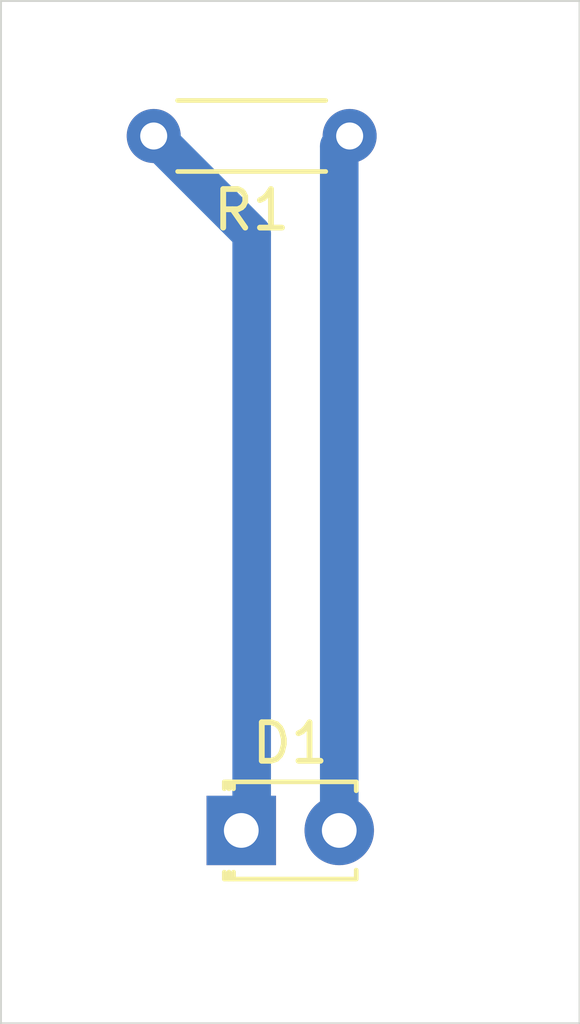
<source format=kicad_pcb>
(kicad_pcb (version 20240108) (generator "pcbnew") (generator_version "8.0")
  (title_block (title "PCB resistor et led"))
  (layers (0 "F.Cu" signal) (31 "B.Cu" signal) (34 "B.Paste" user) (35 "F.Paste" user) (36 "B.SilkS" user "B.Silkscreen") (37 "F.SilkS" user "F.Silkscreen") (38 "B.Mask" user) (39 "F.Mask" user) (44 "Edge.Cuts" user))
  (net 0 "")
  (net 1 "Net-(D1-K)")
  (net 2 "Net-(D1-A)")
  (footprint "Resistor_THT:R_Axial_DIN0204_L3.6mm_D1.6mm_P5.08mm_Horizontal" (layer "F.Cu") (at 132.54 47.5 180)
    (property "Reference" "R1" (at 2.54 -1.92 360) (layer "F.SilkS"))
    (property "Value" "R")
    (fp_line (start 0.62 0.92) (end 4.46 0.92) (stroke (width 0.12)) (layer "F.SilkS"))
    (fp_line (start 0.62 -0.92) (end 4.46 -0.92) (stroke (width 0.12)) (layer "F.SilkS"))
    (pad "1" thru_hole circle (at 0 0 180) (size 1.4 1.4) (drill 0.7) (layers "*.Cu" "*.Mask" "In1.Cu" "In2.Cu" "In3.Cu" "In4.Cu" "In5.Cu" "In6.Cu" "In7.Cu" "In8.Cu" "In9.Cu" "In10.Cu" "In11.Cu" "In12.Cu" "In13.Cu" "In14.Cu" "In15.Cu" "In16.Cu" "In17.Cu" "In18.Cu" "In19.Cu" "In20.Cu" "In21.Cu" "In22.Cu" "In23.Cu" "In24.Cu" "In25.Cu" "In26.Cu" "In27.Cu" "In28.Cu" "In29.Cu" "In30.Cu") (net 2 "Net-(D1-A)"))
    (pad "2" thru_hole oval (at 5.08 0 180) (size 1.4 1.4) (drill 0.7) (layers "*.Cu" "*.Mask" "In1.Cu" "In2.Cu" "In3.Cu" "In4.Cu" "In5.Cu" "In6.Cu" "In7.Cu" "In8.Cu" "In9.Cu" "In10.Cu" "In11.Cu" "In12.Cu" "In13.Cu" "In14.Cu" "In15.Cu" "In16.Cu" "In17.Cu" "In18.Cu" "In19.Cu" "In20.Cu" "In21.Cu" "In22.Cu" "In23.Cu" "In24.Cu" "In25.Cu" "In26.Cu" "In27.Cu" "In28.Cu" "In29.Cu" "In30.Cu") (net 1 "Net-(D1-K)"))
  )
  (footprint "LED_THT:LED_D1.8mm_W3.3mm_H2.4mm" (layer "F.Cu") (at 129.73 65.5)
    (property "Reference" "D1" (at 1.27 -2.26 0) (layer "F.SilkS"))
    (property "Value" "LED")
    (fp_line (start -0.44 -1.26) (end -0.44 -1.08) (stroke (width 0.12)) (layer "F.SilkS"))
    (fp_line (start -0.44 -1.26) (end 2.98 -1.26) (stroke (width 0.12)) (layer "F.SilkS"))
    (fp_line (start -0.44 1.08) (end -0.44 1.26) (stroke (width 0.12)) (layer "F.SilkS"))
    (fp_line (start -0.44 1.26) (end 2.98 1.26) (stroke (width 0.12)) (layer "F.SilkS"))
    (fp_line (start -0.32 -1.26) (end -0.32 -1.08) (stroke (width 0.12)) (layer "F.SilkS"))
    (fp_line (start -0.32 1.08) (end -0.32 1.26) (stroke (width 0.12)) (layer "F.SilkS"))
    (fp_line (start -0.2 -1.26) (end -0.2 -1.08) (stroke (width 0.12)) (layer "F.SilkS"))
    (fp_line (start -0.2 1.08) (end -0.2 1.26) (stroke (width 0.12)) (layer "F.SilkS"))
    (fp_line (start 2.98 -1.26) (end 2.98 -1.028) (stroke (width 0.12)) (layer "F.SilkS"))
    (fp_line (start 2.98 1.028) (end 2.98 1.26) (stroke (width 0.12)) (layer "F.SilkS"))
    (pad "1" thru_hole rect (at 0 0) (size 1.8 1.8) (drill 0.9) (layers "*.Cu" "*.Mask" "In1.Cu" "In2.Cu" "In3.Cu" "In4.Cu" "In5.Cu" "In6.Cu" "In7.Cu" "In8.Cu" "In9.Cu" "In10.Cu" "In11.Cu" "In12.Cu" "In13.Cu" "In14.Cu" "In15.Cu" "In16.Cu" "In17.Cu" "In18.Cu" "In19.Cu" "In20.Cu" "In21.Cu" "In22.Cu" "In23.Cu" "In24.Cu" "In25.Cu" "In26.Cu" "In27.Cu" "In28.Cu" "In29.Cu" "In30.Cu") (net 1 "Net-(D1-K)"))
    (pad "2" thru_hole circle (at 2.54 0) (size 1.8 1.8) (drill 0.9) (layers "*.Cu" "*.Mask" "In1.Cu" "In2.Cu" "In3.Cu" "In4.Cu" "In5.Cu" "In6.Cu" "In7.Cu" "In8.Cu" "In9.Cu" "In10.Cu" "In11.Cu" "In12.Cu" "In13.Cu" "In14.Cu" "In15.Cu" "In16.Cu" "In17.Cu" "In18.Cu" "In19.Cu" "In20.Cu" "In21.Cu" "In22.Cu" "In23.Cu" "In24.Cu" "In25.Cu" "In26.Cu" "In27.Cu" "In28.Cu" "In29.Cu" "In30.Cu") (net 2 "Net-(D1-A)"))
  )
  (gr_rect (start 123.5 44) (end 138.5 70.5) (stroke (width 0.05)) (fill none) (layer "Edge.Cuts"))
  (segment (start 129.73 65.5) (end 130 65.5) (width 1) (layer "B.Cu") (net 1))
  (segment (start 130 65.5) (end 130 50.04) (width 1) (layer "B.Cu") (net 1))
  (segment (start 130 50.04) (end 127.46 47.5) (width 1) (layer "B.Cu") (net 1))
  (segment (start 132.27 47.77) (end 132.54 47.5) (width 1) (layer "B.Cu") (net 2))
  (segment (start 132.27 65.5) (end 132.27 47.77) (width 1) (layer "B.Cu") (net 2))
)
</source>
